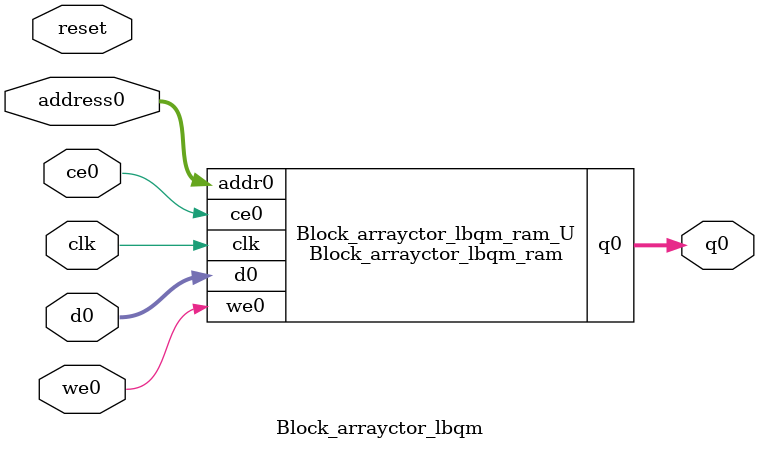
<source format=v>
`timescale 1 ns / 1 ps
module Block_arrayctor_lbqm_ram (addr0, ce0, d0, we0, q0,  clk);

parameter DWIDTH = 5;
parameter AWIDTH = 7;
parameter MEM_SIZE = 82;

input[AWIDTH-1:0] addr0;
input ce0;
input[DWIDTH-1:0] d0;
input we0;
output reg[DWIDTH-1:0] q0;
input clk;

(* ram_style = "distributed" *)reg [DWIDTH-1:0] ram[0:MEM_SIZE-1];




always @(posedge clk)  
begin 
    if (ce0) begin
        if (we0) 
            ram[addr0] <= d0; 
        q0 <= ram[addr0];
    end
end


endmodule

`timescale 1 ns / 1 ps
module Block_arrayctor_lbqm(
    reset,
    clk,
    address0,
    ce0,
    we0,
    d0,
    q0);

parameter DataWidth = 32'd5;
parameter AddressRange = 32'd82;
parameter AddressWidth = 32'd7;
input reset;
input clk;
input[AddressWidth - 1:0] address0;
input ce0;
input we0;
input[DataWidth - 1:0] d0;
output[DataWidth - 1:0] q0;



Block_arrayctor_lbqm_ram Block_arrayctor_lbqm_ram_U(
    .clk( clk ),
    .addr0( address0 ),
    .ce0( ce0 ),
    .we0( we0 ),
    .d0( d0 ),
    .q0( q0 ));

endmodule


</source>
